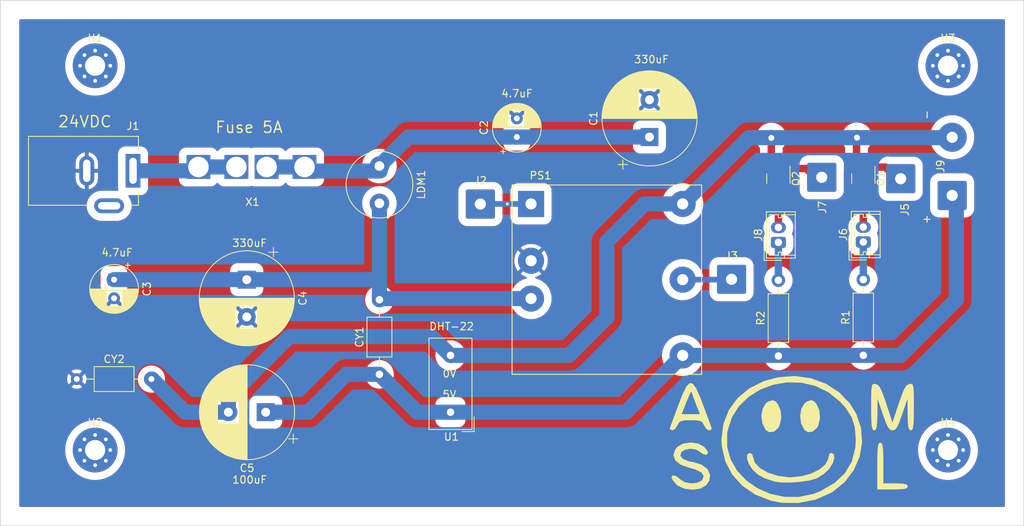
<source format=kicad_pcb>
(kicad_pcb (version 20221018) (generator pcbnew)
  (layers (0 "F.Cu" signal) (31 "B.Cu" signal) (34 "B.Paste" user) (35 "F.Paste" user) (36 "B.SilkS" user "B.Silkscreen") (37 "F.SilkS" user "F.Silkscreen") (38 "B.Mask" user) (39 "F.Mask" user) (44 "Edge.Cuts" user))
  (net 0 "")
  (net 1 "Net-(C1-Pad1)")
  (net 2 "GND")
  (net 3 "Net-(PS1-VIN)")
  (net 4 "/5V")
  (net 5 "/24V")
  (net 6 "Net-(J3-Pin_1)")
  (net 7 "Net-(J5-Pin_1)")
  (net 8 "Net-(J7-Pin_1)")
  (net 9 "Net-(J6-Pin_1)")
  (net 10 "Net-(J8-Pin_1)")
  (net 11 "Net-(J2-Pin_1)")
  (net 12 "Net-(J6-Pin_2)")
  (net 13 "Net-(J8-Pin_2)")
  (net 14 "Net-(J9-Pin_2)")
  (footprint "Package_TO_SOT_SMD:SOT-23" (layer "F.Cu") (at 155.07 75.3425 -90)
    (fp_text reference "Q2" (at 0 -2.4 90) (layer "F.SilkS"))
    (fp_text value "NMOS")
    (pad "1" smd roundrect (at -0.9375 -0.95 270) (size 1.475 0.6) (layers "F.Cu" "F.Paste" "F.Mask") (net 8 "Net-(J7-Pin_1)"))
    (pad "2" smd roundrect (at -0.9375 0.95 270) (size 1.475 0.6) (layers "F.Cu" "F.Paste" "F.Mask") (net 14 "Net-(J9-Pin_2)"))
    (pad "3" smd roundrect (at 0.9375 0 270) (size 1.475 0.6) (layers "F.Cu" "F.Paste" "F.Mask") (net 13 "Net-(J8-Pin_2)"))
  )
  (footprint "Inductor_THT:L_Radial_D8.7mm_P5.00mm_Fastron_07HCP" (layer "F.Cu") (at 101.6 73.66 -90)
    (fp_text reference "LDM1" (at 2.5 -5.6 -90) (layer "F.SilkS"))
    (fp_text value "2.2u")
    (pad "1" thru_hole circle (at 0 0 270) (size 2.6 2.6) (drill 1.3) (layers "*.Cu" "*.Mask") (net 1 "Net-(C1-Pad1)"))
    (pad "2" thru_hole circle (at 5 0 270) (size 2.6 2.6) (drill 1.3) (layers "*.Cu" "*.Mask") (net 3 "Net-(PS1-VIN)"))
  )
  (footprint "Resistor_THT:R_Axial_DIN0207_L6.3mm_D2.5mm_P10.16mm_Horizontal" (layer "F.Cu") (at 155.07 99.14 90)
    (fp_text reference "R2" (at 5.08 -2.37 90) (layer "F.SilkS"))
    (fp_text value "5.6")
    (pad "1" thru_hole circle (at 0 0 90) (size 1.8 1.8) (drill 1) (layers "*.Cu" "*.Mask") (net 4 "/5V"))
    (pad "2" thru_hole circle (at 10.16 0 90) (size 1.8 1.8) (drill 1) (layers "*.Cu" "*.Mask") (net 10 "Net-(J8-Pin_1)"))
  )
  (footprint "Capacitor_THT:CP_Radial_D12.5mm_P5.00mm" (layer "F.Cu") (at 137.795 69.77 90)
    (fp_text reference "C1" (at 2.5 -7.5 90) (layer "F.SilkS"))
    (fp_text value "330u")
    (pad "1" thru_hole rect (at 0 0 90) (size 2.4 2.4) (drill 1.2) (layers "*.Cu" "*.Mask") (net 1 "Net-(C1-Pad1)"))
    (pad "2" thru_hole circle (at 5 0 90) (size 2.4 2.4) (drill 1.2) (layers "*.Cu" "*.Mask") (net 2 "GND"))
  )
  (footprint "Connector_Wire:SolderWire-2sqmm_1x01_D2mm_OD3.9mm" (layer "F.Cu") (at 171.46 75.36 -90)
    (fp_text reference "J5" (at 4.16 -0.57 -90) (layer "F.SilkS"))
    (fp_text value "Conn_01x01")
    (pad "1" thru_hole roundrect (at 0 0 270) (size 3.9 3.9) (drill 1.5) (layers "*.Cu" "*.Mask") (roundrect_rratio 0.06410307692) (net 7 "Net-(J5-Pin_1)"))
  )
  (footprint "MountingHole:MountingHole_2.7mm_Pad_Via" (layer "F.Cu") (at 177.8 111.76)
    (fp_text reference "H4" (at 0 -3.7) (layer "F.SilkS"))
    (fp_text value "MountingHole")
    (pad "1" thru_hole circle (at -2.025 0) (size 0.8 0.8) (drill 0.5) (layers "*.Cu" "*.Mask"))
    (pad "1" thru_hole circle (at -1.431891 -1.431891) (size 0.8 0.8) (drill 0.5) (layers "*.Cu" "*.Mask"))
    (pad "1" thru_hole circle (at -1.431891 1.431891) (size 0.8 0.8) (drill 0.5) (layers "*.Cu" "*.Mask"))
    (pad "1" thru_hole circle (at 0 -2.025) (size 0.8 0.8) (drill 0.5) (layers "*.Cu" "*.Mask"))
    (pad "1" thru_hole circle (at 0 0) (size 6 6) (drill 2.7) (layers "*.Cu" "*.Mask"))
    (pad "1" thru_hole circle (at 0 2.025) (size 0.8 0.8) (drill 0.5) (layers "*.Cu" "*.Mask"))
    (pad "1" thru_hole circle (at 1.431891 -1.431891) (size 0.8 0.8) (drill 0.5) (layers "*.Cu" "*.Mask"))
    (pad "1" thru_hole circle (at 1.431891 1.431891) (size 0.8 0.8) (drill 0.5) (layers "*.Cu" "*.Mask"))
    (pad "1" thru_hole circle (at 2.025 0) (size 0.8 0.8) (drill 0.5) (layers "*.Cu" "*.Mask"))
  )
  (footprint "LOGO" (layer "F.Cu") (at 156.845 110.49)
    (fp_text reference "" (at 0 0) (layer "F.SilkS") (effects (font (size 1.5 1.5) (thickness 0.3))))
    (fp_text value "LOGO" hide)
  )
  (footprint "Capacitor_THT:C_Axial_L5.1mm_D3.1mm_P10.00mm_Horizontal" (layer "F.Cu") (at 61.04 102.235)
    (fp_text reference "CY2" (at 5 -2.67) (layer "F.SilkS"))
    (fp_text value "1n")
    (pad "1" thru_hole circle (at 0 0) (size 1.6 1.6) (drill 0.8) (layers "*.Cu" "*.Mask") (net 2 "GND"))
    (pad "2" thru_hole oval (at 10 0) (size 1.6 1.6) (drill 0.8) (layers "*.Cu" "*.Mask") (net 14 "Net-(J9-Pin_2)"))
  )
  (footprint "Capacitor_THT:CP_Radial_D12.5mm_P5.00mm" (layer "F.Cu") (at 86.36 106.68 180)
    (fp_text reference "C5" (at 2.5 -7.5) (layer "F.SilkS"))
    (fp_text value "100u")
    (pad "1" thru_hole rect (at 0 0 180) (size 2.4 2.4) (drill 1.2) (layers "*.Cu" "*.Mask") (net 4 "/5V"))
    (pad "2" thru_hole circle (at 5 0 180) (size 2.4 2.4) (drill 1.2) (layers "*.Cu" "*.Mask") (net 14 "Net-(J9-Pin_2)"))
  )
  (footprint "Capacitor_THT:C_Axial_L5.1mm_D3.1mm_P10.00mm_Horizontal" (layer "F.Cu") (at 101.6 101.6 90)
    (fp_text reference "CY1" (at 5 -2.67 90) (layer "F.SilkS"))
    (fp_text value "1n")
    (pad "1" thru_hole circle (at 0 0 90) (size 1.8 1.8) (drill 1) (layers "*.Cu" "*.Mask") (net 4 "/5V"))
    (pad "2" thru_hole circle (at 10 0 90) (size 1.8 1.8) (drill 1) (layers "*.Cu" "*.Mask") (net 3 "Net-(PS1-VIN)"))
  )
  (footprint "Connector_Molex:Molex_Micro-Latch_53253-0270_1x02_P2.00mm_Vertical" (layer "F.Cu") (at 166.45 83.85 90)
    (fp_text reference "J6" (at 1 -2.7 90) (layer "F.SilkS"))
    (fp_text value "Conn_01x02")
    (pad "1" thru_hole roundrect (at 0 0 90) (size 1.5 2) (drill 1) (layers "*.Cu" "*.Mask") (roundrect_rratio 0.2083333333) (net 9 "Net-(J6-Pin_1)"))
    (pad "2" thru_hole oval (at 2 0 90) (size 1.5 2) (drill 1) (layers "*.Cu" "*.Mask") (net 12 "Net-(J6-Pin_2)"))
  )
  (footprint "Connector_Wire:SolderWire-2sqmm_1x01_D2mm_OD3.9mm" (layer "F.Cu") (at 160.88 75.17 -90)
    (fp_text reference "J7" (at 4.02 -0.09 -90) (layer "F.SilkS"))
    (fp_text value "Conn_01x01")
    (pad "1" thru_hole roundrect (at 0 0 270) (size 3.9 3.9) (drill 1.5) (layers "*.Cu" "*.Mask") (roundrect_rratio 0.06410307692) (net 8 "Net-(J7-Pin_1)"))
  )
  (footprint "Resistor_THT:R_Axial_DIN0207_L6.3mm_D2.5mm_P10.16mm_Horizontal" (layer "F.Cu") (at 166.45 99.05 90)
    (fp_text reference "R1" (at 5.08 -2.37 90) (layer "F.SilkS"))
    (fp_text value "5.6")
    (pad "1" thru_hole circle (at 0 0 90) (size 1.8 1.8) (drill 1) (layers "*.Cu" "*.Mask") (net 4 "/5V"))
    (pad "2" thru_hole circle (at 10.16 0 90) (size 1.8 1.8) (drill 1) (layers "*.Cu" "*.Mask") (net 9 "Net-(J6-Pin_1)"))
  )
  (footprint "Connector_BarrelJack:BarrelJack_Kycon_KLDX-0202-xC_Horizontal" (layer "F.Cu") (at 68.58 74.295)
    (fp_text reference "J1" (at 0 -6 unlocked) (layer "F.SilkS"))
    (fp_text value "Conn_01x01")
    (pad "1" thru_hole rect (at 0 0) (size 2 4.5) (drill oval 1 3.5) (layers "*.Cu" "*.Mask") (net 5 "/24V"))
    (pad "2" thru_hole oval (at -6.2 0) (size 2 4) (drill oval 1 3) (layers "*.Cu" "*.Mask") (net 2 "GND"))
    (pad "3" thru_hole oval (at -3.2 4.7 90) (size 2 4) (drill oval 1 3) (layers "*.Cu" "*.Mask"))
  )
  (footprint "MountingHole:MountingHole_2.7mm_Pad_Via" (layer "F.Cu") (at 177.8 60.205)
    (fp_text reference "H3" (at 0 -3.7) (layer "F.SilkS"))
    (fp_text value "MountingHole")
    (pad "1" thru_hole circle (at -2.025 0) (size 0.8 0.8) (drill 0.5) (layers "*.Cu" "*.Mask"))
    (pad "1" thru_hole circle (at -1.431891 -1.431891) (size 0.8 0.8) (drill 0.5) (layers "*.Cu" "*.Mask"))
    (pad "1" thru_hole circle (at -1.431891 1.431891) (size 0.8 0.8) (drill 0.5) (layers "*.Cu" "*.Mask"))
    (pad "1" thru_hole circle (at 0 -2.025) (size 0.8 0.8) (drill 0.5) (layers "*.Cu" "*.Mask"))
    (pad "1" thru_hole circle (at 0 0) (size 6 6) (drill 2.7) (layers "*.Cu" "*.Mask"))
    (pad "1" thru_hole circle (at 0 2.025) (size 0.8 0.8) (drill 0.5) (layers "*.Cu" "*.Mask"))
    (pad "1" thru_hole circle (at 1.431891 -1.431891) (size 0.8 0.8) (drill 0.5) (layers "*.Cu" "*.Mask"))
    (pad "1" thru_hole circle (at 1.431891 1.431891) (size 0.8 0.8) (drill 0.5) (layers "*.Cu" "*.Mask"))
    (pad "1" thru_hole circle (at 2.025 0) (size 0.8 0.8) (drill 0.5) (layers "*.Cu" "*.Mask"))
  )
  (footprint "Capacitor_THT:CP_Radial_D12.5mm_P5.00mm" (layer "F.Cu") (at 83.82 88.9 -90)
    (fp_text reference "C4" (at 2.5 -7.5 90) (layer "F.SilkS"))
    (fp_text value "330u")
    (pad "1" thru_hole rect (at 0 0 270) (size 2.4 2.4) (drill 1.2) (layers "*.Cu" "*.Mask") (net 3 "Net-(PS1-VIN)"))
    (pad "2" thru_hole circle (at 5 0 270) (size 2.4 2.4) (drill 1.2) (layers "*.Cu" "*.Mask") (net 2 "GND"))
  )
  (footprint "MountingHole:MountingHole_2.7mm_Pad_Via" (layer "F.Cu") (at 63.5 111.76)
    (fp_text reference "H2" (at 0 -3.7) (layer "F.SilkS"))
    (fp_text value "MountingHole")
    (pad "1" thru_hole circle (at -2.025 0) (size 0.8 0.8) (drill 0.5) (layers "*.Cu" "*.Mask"))
    (pad "1" thru_hole circle (at -1.431891 -1.431891) (size 0.8 0.8) (drill 0.5) (layers "*.Cu" "*.Mask"))
    (pad "1" thru_hole circle (at -1.431891 1.431891) (size 0.8 0.8) (drill 0.5) (layers "*.Cu" "*.Mask"))
    (pad "1" thru_hole circle (at 0 -2.025) (size 0.8 0.8) (drill 0.5) (layers "*.Cu" "*.Mask"))
    (pad "1" thru_hole circle (at 0 0) (size 6 6) (drill 2.7) (layers "*.Cu" "*.Mask"))
    (pad "1" thru_hole circle (at 0 2.025) (size 0.8 0.8) (drill 0.5) (layers "*.Cu" "*.Mask"))
    (pad "1" thru_hole circle (at 1.431891 -1.431891) (size 0.8 0.8) (drill 0.5) (layers "*.Cu" "*.Mask"))
    (pad "1" thru_hole circle (at 1.431891 1.431891) (size 0.8 0.8) (drill 0.5) (layers "*.Cu" "*.Mask"))
    (pad "1" thru_hole circle (at 2.025 0) (size 0.8 0.8) (drill 0.5) (layers "*.Cu" "*.Mask"))
  )
  (footprint "3522-2:FUSE_3522-2" (layer "F.Cu") (at 84.455 73.415 180)
    (fp_text reference "X1" (at -0.127 -5.071) (layer "F.SilkS"))
    (fp_text value "3522-2")
    (pad "1A" thru_hole rect (at -7.11 -0.37 180) (size 3.2 3.2) (drill 2.75) (layers "*.Cu" "*.Mask") (net 1 "Net-(C1-Pad1)"))
    (pad "1B" thru_hole rect (at -2.03 -0.37 180) (size 3.2 3.2) (drill 2.75) (layers "*.Cu" "*.Mask") (net 1 "Net-(C1-Pad1)"))
    (pad "2A" thru_hole rect (at 2.03 -0.37 180) (size 3.2 3.2) (drill 2.75) (layers "*.Cu" "*.Mask") (net 5 "/24V"))
    (pad "2B" thru_hole rect (at 7.11 -0.37 180) (size 3.2 3.2) (drill 2.75) (layers "*.Cu" "*.Mask") (net 5 "/24V"))
  )
  (footprint "Connector_Wire:SolderWire-2sqmm_1x01_D2mm_OD3.9mm" (layer "F.Cu") (at 115.13 78.76)
    (fp_text reference "J2" (at 0 -3.15) (layer "F.SilkS"))
    (fp_text value "Conn_01x01")
    (pad "1" thru_hole roundrect (at 0 0) (size 3.9 3.9) (drill 1.5) (layers "*.Cu" "*.Mask") (roundrect_rratio 0.06410307692) (net 11 "Net-(J2-Pin_1)"))
  )
  (footprint "Package_TO_SOT_SMD:SOT-23" (layer "F.Cu") (at 166.45 75.35 -90)
    (fp_text reference "Q1" (at 0 -2.4 90) (layer "F.SilkS"))
    (fp_text value "NMOS")
    (pad "1" smd roundrect (at -0.9375 -0.95 270) (size 1.475 0.6) (layers "F.Cu" "F.Paste" "F.Mask") (net 7 "Net-(J5-Pin_1)"))
    (pad "2" smd roundrect (at -0.9375 0.95 270) (size 1.475 0.6) (layers "F.Cu" "F.Paste" "F.Mask") (net 14 "Net-(J9-Pin_2)"))
    (pad "3" smd roundrect (at 0.9375 0 270) (size 1.475 0.6) (layers "F.Cu" "F.Paste" "F.Mask") (net 12 "Net-(J6-Pin_2)"))
  )
  (footprint "PDQE20-Q24-S5-D:CONV_PDQE20-Q24-S5-D" (layer "F.Cu") (at 132.08 88.9)
    (fp_text reference "PS1" (at -8.89 -13.97) (layer "F.SilkS"))
    (fp_text value "PDQE20-Q24-S5-D")
    (pad "1" thru_hole rect (at -10.16 -10.16) (size 3.5 3.5) (drill 1.5) (layers "*.Cu" "*.Mask") (net 11 "Net-(J2-Pin_1)"))
    (pad "2" thru_hole circle (at -10.16 -2.54) (size 3.5 3.5) (drill 1.5) (layers "*.Cu" "*.Mask") (net 2 "GND"))
    (pad "3" thru_hole circle (at -10.16 2.54) (size 3.5 3.5) (drill 1.5) (layers "*.Cu" "*.Mask") (net 3 "Net-(PS1-VIN)"))
    (pad "4" thru_hole circle (at 10.16 10.16) (size 3.5 3.5) (drill 1.5) (layers "*.Cu" "*.Mask") (net 4 "/5V"))
    (pad "5" thru_hole circle (at 10.16 0) (size 3.5 3.5) (drill 1.5) (layers "*.Cu" "*.Mask") (net 6 "Net-(J3-Pin_1)"))
    (pad "6" thru_hole circle (at 10.16 -10.16) (size 3.5 3.5) (drill 1.5) (layers "*.Cu" "*.Mask") (net 14 "Net-(J9-Pin_2)"))
  )
  (footprint "Connector_Wire:SolderWire-2sqmm_1x02_P7.8mm_D2mm_OD3.9mm" (layer "F.Cu") (at 178.36 77.6 90)
    (fp_text reference "J9" (at 3.93 -1.56 90) (layer "F.SilkS"))
    (fp_text value "Conn_01x01")
    (pad "1" thru_hole roundrect (at 0 0 90) (size 3.9 3.9) (drill 1.5) (layers "*.Cu" "*.Mask") (roundrect_rratio 0.06410307692) (net 4 "/5V"))
    (pad "2" thru_hole circle (at 7.8 0 90) (size 3.9 3.9) (drill 1.5) (layers "*.Cu" "*.Mask") (net 14 "Net-(J9-Pin_2)"))
  )
  (footprint "Sensor:Aosong_DHT11_5.5x12.0_P2.54mm" (layer "F.Cu") (at 111.125 106.68 180)
    (fp_text reference "U1" (at -0.127 -3.302) (layer "F.SilkS"))
    (fp_text value "DHT22")
    (pad "1" thru_hole rect (at 0 0 180) (size 2 2) (drill 1) (layers "*.Cu" "*.Mask") (net 4 "/5V"))
    (pad "4" thru_hole circle (at 0 7.62 180) (size 2 2) (drill 1) (layers "*.Cu" "*.Mask") (net 14 "Net-(J9-Pin_2)"))
  )
  (footprint "Connector_Molex:Molex_Micro-Latch_53253-0270_1x02_P2.00mm_Vertical" (layer "F.Cu") (at 155.07 83.9 90)
    (fp_text reference "J8" (at 1 -2.7 90) (layer "F.SilkS"))
    (fp_text value "Conn_01x02")
    (pad "1" thru_hole roundrect (at 0 0 90) (size 1.5 2) (drill 1) (layers "*.Cu" "*.Mask") (roundrect_rratio 0.2083333333) (net 10 "Net-(J8-Pin_1)"))
    (pad "2" thru_hole oval (at 2 0 90) (size 1.5 2) (drill 1) (layers "*.Cu" "*.Mask") (net 13 "Net-(J8-Pin_2)"))
  )
  (footprint "Capacitor_THT:CP_Radial_D6.3mm_P2.50mm" (layer "F.Cu") (at 120.015 69.77 90)
    (fp_text reference "C2" (at 1.25 -4.4 90) (layer "F.SilkS"))
    (fp_text value "4.7u")
    (pad "1" thru_hole rect (at 0 0 90) (size 1.6 1.6) (drill 0.8) (layers "*.Cu" "*.Mask") (net 1 "Net-(C1-Pad1)"))
    (pad "2" thru_hole circle (at 2.5 0 90) (size 1.6 1.6) (drill 0.8) (layers "*.Cu" "*.Mask") (net 2 "GND"))
  )
  (footprint "Capacitor_THT:CP_Radial_D6.3mm_P2.50mm" (layer "F.Cu") (at 66.04 88.9 -90)
    (fp_text reference "C3" (at 1.25 -4.4 -90) (layer "F.SilkS"))
    (fp_text value "4.7u")
    (pad "1" thru_hole rect (at 0 0 270) (size 1.6 1.6) (drill 0.8) (layers "*.Cu" "*.Mask") (net 3 "Net-(PS1-VIN)"))
    (pad "2" thru_hole circle (at 2.5 0 270) (size 1.6 1.6) (drill 0.8) (layers "*.Cu" "*.Mask") (net 2 "GND"))
  )
  (footprint "MountingHole:MountingHole_2.7mm_Pad_Via" (layer "F.Cu") (at 63.5 60.205)
    (fp_text reference "H1" (at 0 -3.7) (layer "F.SilkS"))
    (fp_text value "MountingHole")
    (pad "1" thru_hole circle (at -2.025 0) (size 0.8 0.8) (drill 0.5) (layers "*.Cu" "*.Mask"))
    (pad "1" thru_hole circle (at -1.431891 -1.431891) (size 0.8 0.8) (drill 0.5) (layers "*.Cu" "*.Mask"))
    (pad "1" thru_hole circle (at -1.431891 1.431891) (size 0.8 0.8) (drill 0.5) (layers "*.Cu" "*.Mask"))
    (pad "1" thru_hole circle (at 0 -2.025) (size 0.8 0.8) (drill 0.5) (layers "*.Cu" "*.Mask"))
    (pad "1" thru_hole circle (at 0 0) (size 6 6) (drill 2.7) (layers "*.Cu" "*.Mask"))
    (pad "1" thru_hole circle (at 0 2.025) (size 0.8 0.8) (drill 0.5) (layers "*.Cu" "*.Mask"))
    (pad "1" thru_hole circle (at 1.431891 -1.431891) (size 0.8 0.8) (drill 0.5) (layers "*.Cu" "*.Mask"))
    (pad "1" thru_hole circle (at 1.431891 1.431891) (size 0.8 0.8) (drill 0.5) (layers "*.Cu" "*.Mask"))
    (pad "1" thru_hole circle (at 2.025 0) (size 0.8 0.8) (drill 0.5) (layers "*.Cu" "*.Mask"))
  )
  (footprint "Connector_Wire:SolderWire-2sqmm_1x01_D2mm_OD3.9mm" (layer "F.Cu") (at 148.79 88.85)
    (fp_text reference "J3" (at 0 -3.15) (layer "F.SilkS"))
    (fp_text value "Conn_01x01")
    (pad "1" thru_hole roundrect (at 0 0) (size 3.9 3.9) (drill 1.5) (layers "*.Cu" "*.Mask") (roundrect_rratio 0.06410307692) (net 6 "Net-(J3-Pin_1)"))
  )
  (gr_rect (start 50.8 51.435) (end 187.96 121.92) (stroke (width 0.1)) (fill none) (layer "Edge.Cuts"))
  (gr_text "-" (at 182.4 68.78 270) (layer "F.Cu") (effects (font (size 1.5 1.5)) (justify left bottom)))
  (gr_text "+" (at 182.39 78.54) (layer "F.Cu") (effects (font (size 1.5 1.5)) (justify left bottom)))
  (gr_text "SDSU TEAM12 FALL 2023\nDC-DC: 24V to 5V\nRev 1.3" (at 76.2 61.595) (layer "F.Cu" knockout) (effects (font (size 1.5 1.5) (thickness 0.3) bold) (justify left bottom)))
  (gr_text "4.7uF" (at 117.856 64.516) (layer "F.SilkS") (effects (font (size 1 1)) (justify left bottom)))
  (gr_text "+" (at 174.27 81.31) (layer "F.SilkS") (effects (font (size 1 1)) (justify left bottom)))
  (gr_text "330uF" (at 81.788 84.582) (layer "F.SilkS") (effects (font (size 1 1)) (justify left bottom)))
  (gr_text "24VDC" (at 58.42 68.58) (layer "F.SilkS") (effects (font (size 1.5 1.5) (thickness 0.1875)) (justify left bottom)))
  (gr_text "Fuse 5A" (at 79.502 69.342) (layer "F.SilkS") (effects (font (size 1.5 1.5) (thickness 0.1875)) (justify left bottom)))
  (gr_text "100uF" (at 81.788 116.332) (layer "F.SilkS") (effects (font (size 1 1)) (justify left bottom)))
  (gr_text "330uF" (at 135.636 59.944) (layer "F.SilkS") (effects (font (size 1 1)) (justify left bottom)))
  (gr_text "-" (at 174.49 66.08 -90) (layer "F.SilkS") (effects (font (size 1 1)) (justify left bottom)))
  (gr_text "4.7uF" (at 64.262 85.852) (layer "F.SilkS") (effects (font (size 1 1)) (justify left bottom)))
  (gr_text "0V" (at 109.982 102.108) (layer "F.SilkS") (effects (font (size 1 1)) (justify left bottom)))
  (gr_text "5V" (at 109.982 104.902) (layer "F.SilkS") (effects (font (size 1 1)) (justify left bottom)))
  (gr_text "DHT-22" (at 108.204 95.758) (layer "F.SilkS") (effects (font (size 1 1)) (justify left bottom)))
  (segment (start 91.565 73.785) (end 86.485 73.785) (width 2.03) (layer "B.Cu") (net 1))
  (segment (start 101.7 74.33) (end 92.11 74.33) (width 2.03) (layer "B.Cu") (net 1))
  (segment (start 92.11 74.33) (end 91.565 73.785) (width 2.03) (layer "B.Cu") (net 1))
  (segment (start 120.015 69.77) (end 137.795 69.77) (width 2.03) (layer "B.Cu") (net 1))
  (segment (start 105.49 69.77) (end 120.015 69.77) (width 2.03) (layer "B.Cu") (net 1))
  (segment (start 101.6 73.66) (end 105.49 69.77) (width 2.03) (layer "B.Cu") (net 1))
  (segment (start 101.6 91.6) (end 101.76 91.44) (width 2.03) (layer "B.Cu") (net 3))
  (segment (start 101.76 91.44) (end 121.92 91.44) (width 2.03) (layer "B.Cu") (net 3))
  (segment (start 101.6 88.9) (end 101.6 78.66) (width 2.03) (layer "B.Cu") (net 3))
  (segment (start 101.6 88.9) (end 101.6 91.6) (width 2.03) (layer "B.Cu") (net 3))
  (segment (start 66.04 88.9) (end 101.6 88.9) (width 2.03) (layer "B.Cu") (net 3))
  (segment (start 178.92 78.16) (end 178.36 77.6) (width 2.03) (layer "B.Cu") (net 4))
  (segment (start 101.6 101.6) (end 97.155 101.6) (width 2.03) (layer "B.Cu") (net 4))
  (segment (start 142.24 99.06) (end 171.45 99.06) (width 2.03) (layer "B.Cu") (net 4))
  (segment (start 97.155 101.6) (end 92.075 106.68) (width 2.03) (layer "B.Cu") (net 4))
  (segment (start 134.62 106.68) (end 142.24 99.06) (width 2.03) (layer "B.Cu") (net 4))
  (segment (start 171.45 99.06) (end 178.92 91.59) (width 2.03) (layer "B.Cu") (net 4))
  (segment (start 178.92 91.59) (end 178.92 78.16) (width 2.03) (layer "B.Cu") (net 4))
  (segment (start 106.68 106.68) (end 111.125 106.68) (width 2.03) (layer "B.Cu") (net 4))
  (segment (start 111.125 106.68) (end 134.62 106.68) (width 2.03) (layer "B.Cu") (net 4))
  (segment (start 101.6 101.6) (end 106.68 106.68) (width 2.03) (layer "B.Cu") (net 4))
  (segment (start 92.075 106.68) (end 86.36 106.68) (width 2.03) (layer "B.Cu") (net 4))
  (segment (start 77.345 73.785) (end 82.425 73.785) (width 2.03) (layer "B.Cu") (net 5))
  (segment (start 77.345 73.785) (end 76.835 74.295) (width 2.03) (layer "B.Cu") (net 5))
  (segment (start 76.835 74.295) (end 68.58 74.295) (width 2.03) (layer "B.Cu") (net 5))
  (segment (start 142.24 88.9) (end 149.86 88.9) (width 0.762) (layer "B.Cu") (net 6))
  (segment (start 167.714 73.8) (end 167.704 73.81) (width 1) (layer "F.Cu") (net 7))
  (segment (start 171.085 75.49) (end 169.395 73.8) (width 1) (layer "F.Cu") (net 7))
  (segment (start 169.395 73.8) (end 167.714 73.8) (width 1) (layer "F.Cu") (net 7))
  (segment (start 160.215 75.4) (end 158.805 73.99) (width 1) (layer "F.Cu") (net 8))
  (segment (start 158.805 73.99) (end 156.471 73.99) (width 1) (layer "F.Cu") (net 8))
  (segment (start 156.471 73.99) (end 156.467 73.994) (width 1) (layer "F.Cu") (net 8))
  (segment (start 166.45 88.89) (end 166.45 83.85) (width 1) (layer "B.Cu") (net 9))
  (segment (start 155.07 88.98) (end 155.07 83.9) (width 1) (layer "B.Cu") (net 10))
  (segment (start 114.3 78.74) (end 121.92 78.74) (width 0.762) (layer "B.Cu") (net 11))
  (segment (start 166.45 81.85) (end 166.45 77.128) (width 1) (layer "F.Cu") (net 12))
  (segment (start 166.45 77.128) (end 166.434 77.112) (width 1) (layer "F.Cu") (net 12))
  (segment (start 155.07 81.9) (end 155.07 77.042) (width 1) (layer "F.Cu") (net 13))
  (segment (start 165.545 73.511) (end 165.5 73.556) (width 1) (layer "F.Cu") (net 14))
  (segment (start 154.12 69.885) (end 154.12 73.74) (width 1) (layer "F.Cu") (net 14))
  (segment (start 165.545 69.905) (end 165.545 73.511) (width 1) (layer "F.Cu") (net 14))
  (segment (start 165.6 69.85) (end 165.545 69.905) (width 1) (layer "F.Cu") (net 14))
  (via (at 154.12 69.885) (size 2.03) (drill 0.8) (layers "F.Cu" "B.Cu") (net 14))
  (via (at 165.6 69.85) (size 2.03) (drill 0.8) (layers "F.Cu" "B.Cu") (net 14))
  (segment (start 132.08 83.82) (end 137.16 78.74) (width 2.03) (layer "B.Cu") (net 14))
  (segment (start 111.125 99.06) (end 108.585 96.52) (width 2.03) (layer "B.Cu") (net 14))
  (segment (start 154.155 69.85) (end 178.31 69.85) (width 2.03) (layer "B.Cu") (net 14))
  (segment (start 111.125 99.06) (end 127 99.06) (width 2.03) (layer "B.Cu") (net 14))
  (segment (start 81.36 106.68) (end 75.565 106.68) (width 2.03) (layer "B.Cu") (net 14))
  (segment (start 127 99.06) (end 132.08 93.98) (width 2.03) (layer "B.Cu") (net 14))
  (segment (start 108.585 96.52) (end 89.535 96.52) (width 2.03) (layer "B.Cu") (net 14))
  (segment (start 89.535 96.52) (end 81.36 104.695) (width 2.03) (layer "B.Cu") (net 14))
  (segment (start 154.085 69.85) (end 151.13 69.85) (width 2.03) (layer "B.Cu") (net 14))
  (segment (start 154.12 69.885) (end 154.085 69.85) (width 2.03) (layer "B.Cu") (net 14))
  (segment (start 75.565 106.68) (end 71.12 102.235) (width 2.03) (layer "B.Cu") (net 14))
  (segment (start 137.16 78.74) (end 142.24 78.74) (width 2.03) (layer "B.Cu") (net 14))
  (segment (start 154.12 69.885) (end 154.155 69.85) (width 2.03) (layer "B.Cu") (net 14))
  (segment (start 151.13 69.85) (end 142.24 78.74) (width 2.03) (layer "B.Cu") (net 14))
  (segment (start 132.08 93.98) (end 132.08 83.82) (width 2.03) (layer "B.Cu") (net 14))
  (segment (start 71.12 102.235) (end 71.04 102.235) (width 2.03) (layer "B.Cu") (net 14))
  (segment (start 81.36 104.695) (end 81.36 106.68) (width 2.03) (layer "B.Cu") (net 14))
  (segment (start 178.31 69.85) (end 178.36 69.8) (width 2.03) (layer "B.Cu") (net 14))
  (zone (net 2) (net_name "GND") (layers "F&B.Cu") (connect_pads (clearance 1.016)) (min_thickness 0.25) (fill yes (thermal_gap 0.5) (thermal_bridge_width 0.5))
    (polygon (pts (xy 53.34 53.975) (xy 185.42 53.975) (xy 185.42 119.38) (xy 53.34 119.38)))
  )
)
</source>
